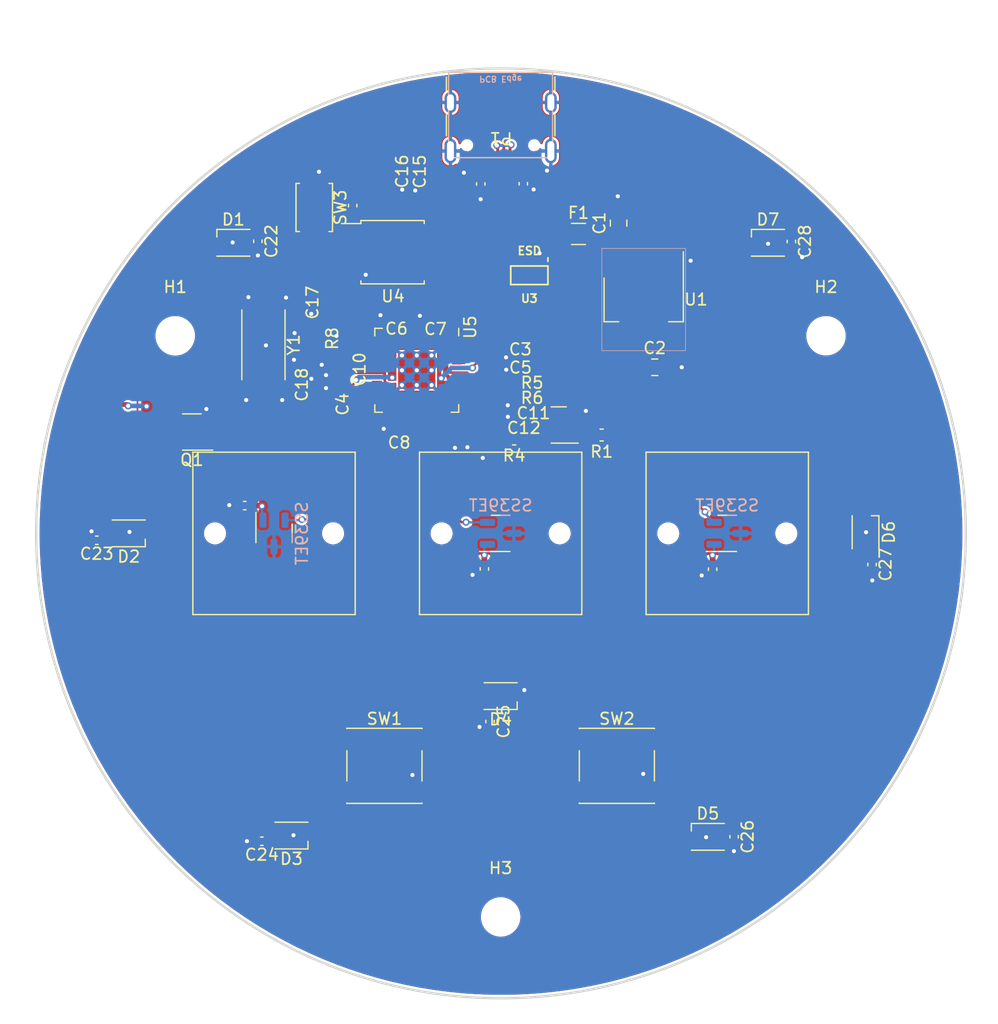
<source format=kicad_pcb>
(kicad_pcb (version 20221018) (generator pcbnew)
  (title_block (title "RP2040 Minimal Design Example") (date "2020-07-13") (rev "REV1") (company "Raspberry Pi (Trading) Ltd"))
  (layers (0 "F.Cu" signal) (31 "B.Cu" signal) (34 "B.Paste" user) (35 "F.Paste" user) (36 "B.SilkS" user "B.Silkscreen") (37 "F.SilkS" user "F.Silkscreen") (38 "B.Mask" user) (39 "F.Mask" user) (44 "Edge.Cuts" user))
  (net 0 "")
  (net 1 "GND")
  (net 2 "VBUS")
  (net 3 "/XIN")
  (net 4 "/XOUT")
  (net 5 "+3V3")
  (net 6 "+1V1")
  (net 7 "/GPIO2")
  (net 8 "/GPIO1")
  (net 9 "/GPIO0")
  (net 10 "Net-(D6-DOUT)")
  (net 11 "/GPIO9")
  (net 12 "/GPIO8")
  (net 13 "/GPIO7")
  (net 14 "/GPIO6")
  (net 15 "/GPIO5")
  (net 16 "/GPIO4")
  (net 17 "/GPIO3")
  (net 18 "/QSPI_SS")
  (net 19 "/GPIO29_ADC3")
  (net 20 "/QSPI_SD3")
  (net 21 "/QSPI_SCLK")
  (net 22 "/QSPI_SD0")
  (net 23 "/QSPI_SD2")
  (net 24 "/QSPI_SD1")
  (net 25 "/USB_D+")
  (net 26 "/USB_D-")
  (net 27 "/GPIO25")
  (net 28 "/GPIO24")
  (net 29 "/GPIO23")
  (net 30 "/GPIO22")
  (net 31 "/GPIO21")
  (net 32 "/GPIO20")
  (net 33 "Net-(C18-Pad1)")
  (net 34 "/GPIO15")
  (net 35 "/GPIO14")
  (net 36 "/GPIO13")
  (net 37 "LED_D_5V")
  (net 38 "+5V")
  (net 39 "+3V")
  (net 40 "SWCLK")
  (net 41 "SWD")
  (net 42 "RUN")
  (net 43 "Net-(U5-USB_DP)")
  (net 44 "Net-(U5-USB_DM)")
  (net 45 "RP_ADC0")
  (net 46 "RP_ADC1")
  (net 47 "RP_ADC2")
  (net 48 "Net-(D1-DOUT)")
  (net 49 "Net-(D2-DOUT)")
  (net 50 "Net-(D3-DOUT)")
  (net 51 "Net-(D4-DOUT)")
  (net 52 "Net-(D5-DOUT)")
  (net 53 "Net-(P1-CC1)")
  (net 55 "ADC_AVDD")
  (net 56 "Net-(P1-CC2)")
  (net 58 "/GPIO16")
  (net 59 "/GPIO10")
  (net 60 "/GPIO11")
  (net 61 "Net-(D7-DOUT)")
  (net 62 "GPIO17")
  (net 63 "GPIO18")
  (net 64 "GPIO19")
  (net 65 "/GPIO12")
  (footprint "Capacitor_SMD:C_0805_2012Metric" (layer "F.Cu") (at 113.26 85.71)
    (fp_text reference "C2")
    (fp_text value "10u")
  )
  (footprint "Capacitor_SMD:C_0402_1005Metric" (layer "F.Cu") (at 99.306838 89.97)
    (fp_text reference "C12")
    (fp_text value "1u")
  )
  (footprint "Capacitor_SMD:C_0402_1005Metric" (layer "F.Cu") (at 99.306838 88.97)
    (fp_text reference "C11")
    (fp_text value "1u")
  )
  (footprint "Capacitor_SMD:C_0402_1005Metric" (layer "F.Cu") (at 91.266838 91.0175 180)
    (fp_text reference "C8")
    (fp_text value "100n")
  )
  (footprint "Package_TO_SOT_SMD:SOT-223-3_TabPin2" (layer "F.Cu") (at 112.31 79.88 -90)
    (fp_text reference "U1")
    (fp_text value "NCP1117-3.3_SOT223" hide)
  )
  (footprint "Package_SO:SOIC-8_5.23x5.23mm_P1.27mm" (layer "F.Cu") (at 90.699338 75.81)
    (fp_text reference "U4")
    (fp_text value "W25Q32JVSS")
  )
  (footprint "Capacitor_SMD:C_0402_1005Metric" (layer "F.Cu") (at 83.704319 85.4235 -90)
    (fp_text reference "C18")
    (fp_text value "27p")
  )
  (footprint "Capacitor_SMD:C_0402_1005Metric" (layer "F.Cu") (at 99.191838 85.9375)
    (fp_text reference "C5")
    (fp_text value "100n")
  )
  (footprint "Capacitor_SMD:C_0402_1005Metric" (layer "F.Cu") (at 94.389338 81.25 180)
    (fp_text reference "C7")
    (fp_text value "100n")
  )
  (footprint "Capacitor_SMD:C_0402_1005Metric" (layer "F.Cu") (at 86.271838 86.3835 180)
    (fp_text reference "C10")
    (fp_text value "100n")
  )
  (footprint "Capacitor_SMD:C_0402_1005Metric" (layer "F.Cu") (at 99.192714 86.955 180)
    (fp_text reference "R5")
    (fp_text value "27R")
  )
  (footprint "Capacitor_SMD:C_0402_1005Metric" (layer "F.Cu") (at 86.511838 87.49 180)
    (fp_text reference "C4")
    (fp_text value "100n")
  )
  (footprint "Capacitor_SMD:C_0805_2012Metric" (layer "F.Cu") (at 110.149338 73.31 90)
    (fp_text reference "C1")
    (fp_text value "10u")
  )
  (footprint "Capacitor_SMD:C_0402_1005Metric" (layer "F.Cu") (at 91.039338 81.22 180)
    (fp_text reference "C6")
    (fp_text value "100n")
  )
  (footprint "Capacitor_SMD:C_0402_1005Metric" (layer "F.Cu") (at 91.519338 71.87 90)
    (fp_text reference "C16")
    (fp_text value "1u")
  )
  (footprint "RP2040_minimal:RP2040-QFN-56" (layer "F.Cu") (at 92.781838 85.9675 -90)
    (fp_text reference "U5")
    (fp_text value "RP2040")
  )
  (footprint "Capacitor_SMD:C_0402_1005Metric" (layer "F.Cu") (at 83.704319 82.4535 90)
    (fp_text reference "C17")
    (fp_text value "27p")
  )
  (footprint "Capacitor_SMD:C_0402_1005Metric" (layer "F.Cu") (at 99.192714 87.955 180)
    (fp_text reference "R6")
    (fp_text value "27R")
  )
  (footprint "Capacitor_SMD:C_0402_1005Metric" (layer "F.Cu") (at 99.181838 84.8575)
    (fp_text reference "C3")
    (fp_text value "100n")
  )
  (footprint "Capacitor_SMD:C_0402_1005Metric" (layer "F.Cu") (at 92.939338 71.89 90)
    (fp_text reference "C15")
    (fp_text value "100n" hide)
  )
  (footprint "Capacitor_SMD:C_0402_1005Metric" (layer "F.Cu") (at 85.589319 84.6385 180)
    (fp_text reference "R8")
    (fp_text value "1k")
  )
  (footprint "Crystal:Crystal_SMD_Abracon_ABM7-2Pin_6.0x3.5mm" (layer "F.Cu") (at 79.588319 83.7795 -90)
    (fp_text reference "Y1")
    (fp_text value "ABM7-12.000MHZ-D2Y-T")
  )
  (footprint "Capacitor_SMD:C_0402_1005Metric" (layer "F.Cu") (at 131.96 102.68 -90)
    (fp_text reference "C27")
    (fp_text value "100n")
  )
  (footprint "Capacitor_SMD:C_0402_1005Metric" (layer "F.Cu") (at 77.98 97.61)
    (fp_text reference "C19" hide)
    (fp_text value "1u" hide)
  )
  (footprint "Button_Switch_SMD:SW_Push_SPST_NO_Alps_SKRK" (layer "F.Cu") (at 83.96 71.96 -90)
    (fp_text reference "SW3")
    (fp_text value "SKRKAGE020")
  )
  (footprint "Capacitor_SMD:C_0603_1608Metric" (layer "F.Cu") (at 101.161838 91.881 180)
    (fp_text reference "R4")
    (fp_text value "1R")
  )
  (footprint "Capacitor_SMD:C_0402_1005Metric" (layer "F.Cu") (at 120.09 126.1 -90)
    (fp_text reference "C26")
    (fp_text value "100n")
  )
  (footprint "MountingHole:MountingHole_3.2mm_M3" (layer "F.Cu") (at 100 133)
    (fp_text reference "H3")
    (fp_text value "MountingHole_3.2mm_M3")
  )
  (footprint "Connector_USB:USB_C_Receptacle_GCT_USB4105-xx-A_16P_TopMnt_Horizontal" (layer "F.Cu") (at 100 64 180)
    (fp_text reference "P1")
    (fp_text value "USB4105-GF-A")
  )
  (footprint "Button_Switch_SMD:SW_Push_1P1T_NO_6x6mm_H9.5mm" (layer "F.Cu") (at 90 120)
    (fp_text reference "SW1")
    (fp_text value "SW_Push")
  )
  (footprint "Capacitor_SMD:C_0402_1005Metric" (layer "F.Cu") (at 125.02 74.89 -90)
    (fp_text reference "C28")
    (fp_text value "100n")
  )
  (footprint "LED_SMD:LED_WS2812B-2020_PLCC4_2.0x2.0mm" (layer "F.Cu") (at 68 100 180)
    (fp_text reference "D2")
    (fp_text value "WS2812B-2020")
  )
  (footprint "Button_Switch_Keyboard:SW_Lekker_MX_1.00u_PCB" (layer "F.Cu") (at 119.5 100)
    (fp_text reference "REF**" hide)
    (fp_text value "SW_Lekker_MX_1.00u_PCB")
  )
  (footprint "Capacitor_SMD:C_0603_1608Metric" (layer "F.Cu") (at 108.691838 91.541 180)
    (fp_text reference "R1")
    (fp_text value "200R")
  )
  (footprint "Capacitor_SMD:C_0402_1005Metric" (layer "F.Cu") (at 79.11 74.87 -90)
    (fp_text reference "C22")
    (fp_text value "100n")
  )
  (footprint "Button_Switch_Keyboard:SW_Lekker_MX_1.00u_PCB" (layer "F.Cu") (at 100 100)
    (fp_text reference "REF**" hide)
    (fp_text value "SW_Lekker_MX_1.00u_PCB")
  )
  (footprint "Keebio-Parts:SOT-143B" (layer "F.Cu") (at 102.469338 77.795 180)
    (fp_text reference "U3")
    (fp_text value "PRTR5V0U2X" hide)
  )
  (footprint "Capacitor_SMD:C_0402_1005Metric" (layer "F.Cu") (at 65.245 100.595 180)
    (fp_text reference "C23")
    (fp_text value "100n")
  )
  (footprint "LED_SMD:LED_WS2812B-2020_PLCC4_2.0x2.0mm" (layer "F.Cu") (at 117.83 126.11)
    (fp_text reference "D5")
    (fp_text value "WS2812B-2020")
  )
  (footprint "MountingHole:MountingHole_3.2mm_M3" (layer "F.Cu") (at 128 83)
    (fp_text reference "H2")
    (fp_text value "MountingHole_3.2mm_M3")
  )
  (footprint "Package_TO_SOT_SMD:SOT-23" (layer "F.Cu") (at 105.001838 90.675 180)
    (fp_text reference "U2" hide)
    (fp_text value "LM4040DBZ-3" hide)
  )
  (footprint "Capacitor_SMD:C_0402_1005Metric" (layer "F.Cu") (at 101.949338 69.92 -90)
    (fp_text reference "R2" hide)
    (fp_text value "5.1k" hide)
  )
  (footprint "Capacitor_SMD:C_0402_1005Metric" (layer "F.Cu") (at 79.4475 126.485 180)
    (fp_text reference "C24")
    (fp_text value "100n")
  )
  (footprint "LED_SMD:LED_WS2812B-2020_PLCC4_2.0x2.0mm" (layer "F.Cu") (at 123 75)
    (fp_text reference "D7")
    (fp_text value "WS2812B-2020")
  )
  (footprint "Capacitor_SMD:C_0402_1005Metric" (layer "F.Cu") (at 98.209338 92.21 -90)
    (fp_text reference "C14" hide)
    (fp_text value "1u" hide)
  )
  (footprint "MountingHole:MountingHole_3.2mm_M3" (layer "F.Cu") (at 72 83)
    (fp_text reference "H1")
    (fp_text value "MountingHole_3.2mm_M3")
  )
  (footprint "Capacitor_SMD:C_0402_1005Metric" (layer "F.Cu") (at 96.059338 91.3 -90)
    (fp_text reference "C9" hide)
    (fp_text value "100n" hide)
  )
  (footprint "LED_SMD:LED_WS2812B-2020_PLCC4_2.0x2.0mm" (layer "F.Cu") (at 82 126 180)
    (fp_text reference "D3")
    (fp_text value "WS2812B-2020")
  )
  (footprint "Capacitor_SMD:C_0402_1005Metric" (layer "F.Cu") (at 97.119338 91.31 -90)
    (fp_text reference "C13" hide)
    (fp_text value "100n" hide)
  )
  (footprint "Button_Switch_SMD:SW_Push_1P1T_NO_6x6mm_H9.5mm" (layer "F.Cu") (at 110 120)
    (fp_text reference "SW2")
    (fp_text value "SW_Push")
  )
  (footprint "Capacitor_SMD:C_0402_1005Metric" (layer "F.Cu") (at 99.09 116.19 -90)
    (fp_text reference "C25")
    (fp_text value "100n")
  )
  (footprint "LED_SMD:LED_WS2812B-2020_PLCC4_2.0x2.0mm" (layer "F.Cu") (at 77 75)
    (fp_text reference "D1")
    (fp_text value "WS2812B-2020")
  )
  (footprint "Capacitor_SMD:C_0402_1005Metric" (layer "F.Cu") (at 98.6 103.06 90)
    (fp_text reference "C20" hide)
    (fp_text value "1u" hide)
  )
  (footprint "Package_TO_SOT_SMD:SOT-23-5" (layer "F.Cu") (at 73.429338 91.28 180)
    (fp_text reference "Q1")
    (fp_text value "SN74LV1T34DBV")
  )
  (footprint "Capacitor_SMD:C_0402_1005Metric" (layer "F.Cu") (at 98.289338 69.94 -90)
    (fp_text reference "R3" hide)
    (fp_text value "5.1k" hide)
  )
  (footprint "Button_Switch_Keyboard:SW_Lekker_MX_1.00u_PCB" (layer "F.Cu") (at 80.5 100)
    (fp_text reference "REF**" hide)
    (fp_text value "SW_Lekker_MX_1.00u_PCB")
  )
  (footprint "Capacitor_SMD:C_0402_1005Metric" (layer "F.Cu") (at 118.24 103.08 90)
    (fp_text reference "C21" hide)
    (fp_text value "1u" hide)
  )
  (footprint "LED_SMD:LED_WS2812B-2020_PLCC4_2.0x2.0mm" (layer "F.Cu") (at 131.4 99.9 -90)
    (fp_text reference "D6")
    (fp_text value "WS2812B-2020")
  )
  (footprint "LED_SMD:LED_WS2812B-2020_PLCC4_2.0x2.0mm" (layer "F.Cu") (at 100 114 180)
    (fp_text reference "D4")
    (fp_text value "WS2812B-2020")
  )
  (footprint "Capacitor_SMD:C_0402_1005Metric" (layer "F.Cu") (at 87.269338 71.8 -90)
    (fp_text reference "R7" hide)
    (fp_text value "10k" hide)
  )
  (footprint "Fuse:Fuse_1206_3216Metric" (layer "F.Cu") (at 106.699338 74.24)
    (fp_text reference "F1")
    (fp_text value "0ZCJ0025AF2E" hide)
  )
  (footprint "Package_TO_SOT_SMD:SOT-23-3" (layer "B.Cu") (at 119.5 100)
    (fp_text reference "S3" hide)
    (fp_text value "SS39ET")
  )
  (footprint "Package_TO_SOT_SMD:SOT-23-3" (layer "B.Cu") (at 100 100)
    (fp_text reference "S2" hide)
    (fp_text value "SS39ET")
  )
  (footprint "Package_TO_SOT_SMD:SOT-23-3" (layer "B.Cu") (at 80.5 100 -90)
    (fp_text reference "S1" hide)
    (fp_text value "SS39ET")
  )
  (gr_circle (center 100.029338 100) (end 60.029338 100) (stroke (width 0.2)) (fill none) (layer "Edge.Cuts"))
  (segment (start 88.049819 84.9385) (end 86.128819 83.0175) (width 0.15) (layer "F.Cu") (net 1))
  (segment (start 98.269338 71.25) (end 98.269338 70.41) (width 0.2) (layer "F.Cu") (net 1))
  (segment (start 76.7 97.62) (end 76.85 97.62) (width 0.15) (layer "F.Cu") (net 1))
  (segment (start 99.686838 84.8375) (end 100.441838 84.8375) (width 0.2) (layer "F.Cu") (net 1))
  (segment (start 103.349338 75.9) (end 103.349338 76.775) (width 0.4) (layer "F.Cu") (net 1))
  (segment (start 74.679338 89.525) (end 74.566838 89.4125) (width 0.2) (layer "F.Cu") (net 1))
  (segment (start 74.679338 90.2175) (end 74.679338 89.525) (width 0.2) (layer "F.Cu") (net 1))
  (segment (start 84.37 68.89) (end 84.38 69.1) (width 0.15) (layer "F.Cu") (net 1))
  (segment (start 88.354338 77.715) (end 88.389338 77.75) (width 0.15) (layer "F.Cu") (net 1))
  (segment (start 92.914338 70.765) (end 92.914338 71.3) (width 0.15) (layer "F.Cu") (net 1))
  (segment (start 96.059338 92.63) (end 96.059338 91.785) (width 0.2) (layer "F.Cu") (net 1))
  (segment (start 89.266819 84.9385) (end 88.049819 84.9385) (width 0.15) (layer "F.Cu") (net 1))
  (segment (start 83.704319 85.9085) (end 84.024319 85.9085) (width 0.15) (layer "F.Cu") (net 1))
  (segment (start 125.14 75.44) (end 125.1125 75.44) (width 0.15) (layer "F.Cu") (net 1))
  (segment (start 117.39 103.6) (end 117.3 103.62) (width 0.15) (layer "F.Cu") (net 1))
  (segment (start 79.115 75.31) (end 79.115 75.975) (width 0.15) (layer "F.Cu") (net 1))
  (segment (start 89.939338 91.005) (end 90.769338 91.005) (width 0.15) (layer "F.Cu") (net 1))
  (segment (start 97.58 103.57) (end 97.61 103.54) (width 0.15) (layer "F.Cu") (net 1))
  (segment (start 131.98 104.05) (end 131.98 103.18) (width 0.15) (layer "F.Cu") (net 1))
  (segment (start 114.45875 85.71) (end 114.41875 85.67) (width 0.6) (layer "F.Cu") (net 1))
  (segment (start 102.829338 70.4) (end 102.839338 70.41) (width 0.15) (layer "F.Cu") (net 1))
  (segment (start 98.2675 116.37) (end 98.24 116.3425) (width 0.15) (layer "F.Cu") (net 1))
  (segment (start 78.9675 126.485) (end 78.1675 126.485) (width 0.15) (layer "F.Cu") (net 1))
  (segment (start 101.949338 70.4) (end 102.829338 70.4) (width 0.2) (layer "F.Cu") (net 1))
  (segment (start 96.839338 68.97) (end 96.829338 68.96) (width 0.4) (layer "F.Cu") (net 1))
  (segment (start 100.599338 88.97) (end 99.791838 88.97) (width 0.2) (layer "F.Cu") (net 1))
  (segment (start 76.65 97.57) (end 76.7 97.62) (width 0.15) (layer "F.Cu") (net 1))
  (segment (start 99.0525 116.68) (end 98.21 116.68) (width 0.15) (layer "F.Cu") (net 1))
  (segment (start 112.27 120.69) (end 113.83 122.25) (width 0.15) (layer "F.Cu") (net 1))
  (segment (start 131.98 103.18) (end 131.96 103.16) (width 0.15) (layer "F.Cu") (net 1))
  (segment (start 120.09 126.58) (end 120.07 127.34) (width 0.15) (layer "F.Cu") (net 1))
  (segment (start 100.481838 85.9175) (end 99.674338 85.9175) (width 0.2) (layer "F.Cu") (net 1))
  (segment (start 78.1675 126.485) (end 78.2175 126.485) (width 0.15) (layer "F.Cu") (net 1))
  (segment (start 113.83 122.25) (end 113.975 122.25) (width 0.15) (layer "F.Cu") (net 1))
  (segment (start 76.7 97.62) (end 77.5 97.62) (width 0.2) (layer "F.Cu") (net 1))
  (segment (start 91.231838 84.9675) (end 91.506838 84.6925) (width 0.15) (layer "F.Cu") (net 1))
  (segment (start 99.666838 84.8575) (end 99.686838 84.8375) (width 0.2) (layer "F.Cu") (net 1))
  (segment (start 120.07 127.34) (end 120.09 127.27) (width 0.15) (layer "F.Cu") (net 1))
  (segment (start 117.155 126.71) (end 117.685 126.14) (width 0.15) (layer "F.Cu") (net 1))
  (segment (start 116.245 76.56) (end 116.265 76.56) (width 0.8) (layer "F.Cu") (net 1))
  (segment (start 116.225 76.56) (end 114.955 76.56) (width 0.8) (layer "F.Cu") (net 1))
  (segment (start 82.7025 125.4) (end 82.1725 125.97) (width 0.15) (layer "F.Cu") (net 1))
  (segment (start 87.099338 77.715) (end 88.354338 77.715) (width 0.15) (layer "F.Cu") (net 1))
  (segment (start 118.24 103.56) (end 118.2 103.6) (width 0.15) (layer "F.Cu") (net 1))
  (segment (start 74.566838 90.33) (end 74.679338 90.2175) (width 0.2) (layer "F.Cu") (net 1))
  (segment (start 76.08 75.55) (end 76.36 75.55) (width 0.15) (layer "F.Cu") (net 1))
  (segment (start 85.786838 86.3835) (end 84.974854 86.3835) (width 0.2) (layer "F.Cu") (net 1))
  (segment (start 64.765 100.595) (end 64.795 99.825) (width 0.15) (layer "F.Cu") (net 1))
  (segment (start 99.791838 89.97) (end 100.621838 89.97) (width 0.2) (layer "F.Cu") (net 1))
  (segment (start 102.00875 113.45) (end 100.83125 113.45) (width 0.15) (layer "F.Cu") (net 1))
  (segment (start 83.96 69.52) (end 84.37 68.89) (width 0.15) (layer "F.Cu") (net 1))
  (segment (start 90.769338 91.005) (end 90.781838 91.0175) (width 0.15) (layer "F.Cu") (net 1))
  (segment (start 92.649338 70.5) (end 92.914338 70.765) (width 0.15) (layer "F.Cu") (net 1))
  (segment (start 93.87 122.25) (end 93.975 122.25) (width 0.15) (layer "F.Cu") (net 1))
  (segment (start 84.024319 85.9085) (end 84.438819 85.494) (width 0.15) (layer "F.Cu") (net 1))
  (segment (start 76.36 75.55) (end 76.94 74.97) (width 0.15) (layer "F.Cu") (net 1))
  (segment (start 92.41 120.79) (end 94.02 122.4) (width 0.15) (layer "F.Cu") (net 1))
  (segment (start 83.704319 86.689) (end 83.715819 86.7005) (width 0.15) (layer "F.Cu") (net 1))
  (segment (start 92.41 120.79) (end 93.87 122.25) (width 0.15) (layer "F.Cu") (net 1))
  (segment (start 115.58125 85.71) (end 114.45875 85.71) (width 0.6) (layer "F.Cu") (net 1))
  (segment (start 93.049338 81.28) (end 93.249338 81.08) (width 0.15) (layer "F.Cu") (net 1))
  (segment (start 84.974854 86.3835) (end 84.974848 86.383494) (width 0.2) (layer "F.Cu") (net 1))
  (segment (start 83.704319 85.9085) (end 83.704319 86.689) (width 0.15) (layer "F.Cu") (net 1))
  (segment (start 117.3 103.62) (end 117.35 103.6) (width 0.15) (layer "F.Cu") (net 1))
  (segment (start 130.875 99.015) (end 130.875 99.375) (width 0.15) (layer "F.Cu") (net 1))
  (segment (start 122.365 75.08) (end 122.155 75.29) (width 0.15) (layer "F.Cu") (net 1))
  (segment (start 68.063828 99.873828) (end 68.452656 99.485) (width 0.15) (layer "F.Cu") (net 1))
  (segment (start 79.115 75.975) (end 79.11 76.09) (width 0.15) (layer "F.Cu") (net 1))
  (segment (start 75.97 75.44) (end 76.08 75.55) (width 0.15) (layer "F.Cu") (net 1))
  (segment (start 110.079338 72.13) (end 110.159338 72.21) (width 0.8) (layer "F.Cu") (net 1))
  (segment (start 83.96 69.86) (end 83.96 69.52) (width 0.15) (layer "F.Cu") (net 1))
  (segment (start 110.079338 71) (end 110.079338 72.13) (width 0.8) (layer "F.Cu") (net 1))
  (segment (start 106.025 122.25) (end 113.975 122.25) (width 0.15) (layer "F.Cu") (net 1))
  (segment (start 90.471838 81.23) (end 90.696838 81.005) (width 0.2) (layer "F.Cu") (net 1))
  (segment (start 83.704319 81.9685) (end 83.704319 81.1125) (width 0.2) (layer "F.Cu") (net 1))
  (segment (start 77.5 97.62) (end 77.52 97.64) (width 0.15) (layer "F.Cu") (net 1))
  (segment (start 68.063828 99.873828) (end 68.063828 99.886172) (width 0.15) (layer "F.Cu") (net 1))
  (segment (start 98.209338 92.695) (end 98.209338 93.259338) (width 0.15) (layer "F.Cu") (net 1))
  (segment (start 85.786838 87.5025) (end 84.974834 87.5025) (width 0.2) (layer "F.Cu") (net 1))
  (segment (start 97.61 103.54) (end 98.6 103.54) (width 0.15) (layer "F.Cu") (net 1))
  (segment (start 117.35 103.6) (end 117.37 103.6) (width 0.15) (layer "F.Cu") (net 1))
  (segment (start 107.331838 89.461) (end 106.175838 89.461) (width 0.3) (layer "F.Cu") (net 1))
  (segment (start 125.94 76.24) (end 125.14 75.44) (width 0.15) (layer "F.Cu") (net 1))
  (segment (start 79.11 76.09) (end 79.12 75.98) (width 0.15) (layer "F.Cu") (net 1))
  (segment (start 98.209338 93.259338) (end 98.46 93.51) (width 0.15) (layer "F.Cu") (net 1))
  (segment (start 64.795 99.825) (end 64.765 99.965) (width 0.15) (layer "F.Cu") (net 1))
  (segment (start 116.265 76.56) (end 116.35 76.54) (width 0.8) (layer "F.Cu") (net 1))
  (segment (start 106.175838 89.461) (end 106.011838 89.625) (width 0.3) (layer "F.Cu") (net 1))
  (segment (start 86.025 122.25) (end 93.975 122.25) (width 0.15) (layer "F.Cu") (net 1))
  (segment (start 93.249338 81.08) (end 93.604338 81.08) (width 0.15) (layer "F.Cu") (net 1))
  (segment (start 68.452656 99.485) (end 68.77 99.485) (width 0.15) (layer "F.Cu") (net 1))
  (segment (start 96.829338 68.96) (end 96.829338 67.69) (width 0.4) (layer "F.Cu") (net 1))
  (segment (start 130.875 99.375) (end 131.445 99.905) (width 0.15) (layer "F.Cu") (net 1))
  (segment (start 89.659338 81.23) (end 90.471838 81.23) (width 0.2) (layer "F.Cu") (net 1))
  (segment (start 103.349338 76.775) (end 103.309338 76.815) (width 0.4) (layer "F.Cu") (net 1))
  (segment (start 97.119338 91.795) (end 97.139338 92.59) (width 0.2) (layer "F.Cu") (net 1))
  (segment (start 123.01 75.08) (end 122.365 75.08) (width 0.15) (layer "F.Cu") (net 1))
  (segment (start 100.609338 88.98) (end 100.599338 88.97) (width 0.2) (layer "F.Cu") (net 1))
  (segment (start 118.2 103.6) (end 117.39 103.6) (width 0.15) (layer "F.Cu") (net 1))
  (segment (start 74.566838 89.4125) (end 74.679338 89.3) (width 0.15) (layer "F.Cu") (net 1))
  (segment (start 76.94 74.96) (end 76.9 75) (width 0.15) (layer "F.Cu") (net 1))
  (segment (start 84.438819 85.494) (end 84.604819 85.494) (width 0.15) (layer "F.Cu") (net 1))
  (segment (start 116.35 76.54) (end 116.225 76.56) (width 0.8) (layer "F.Cu") (net 1))
  (segment (start 76.94 74.97) (end 76.94 74.96) (width 0.15) (layer "F.Cu") (net 1))
  (segment (start 91.519338 70.44) (end 91.519338 71.305) (width 0.2) (layer "F.Cu") (net 1))
  (segment (start 103.989338 68.79) (end 103.349338 68.15) (width 0.3) (layer "F.Cu") (net 1))
  (segment (start 86.128819 83.0175) (end 85.874819 83.0175) (width 0.15) (layer "F.Cu") (net 1))
  (via (at 84.604819 85.494) (size 0.6) (drill 0.35) (layers "F.Cu" "B.Cu") (net 1))
  (via (at 79.804319 83.8285) (size 0.6) (drill 0.35) (layers "F.Cu" "B.Cu") (net 1))
  (via (at 82.219319 85.066) (size 0.6) (drill 0.35) (layers "F.Cu" "B.Cu") (net 1))
  (via (at 78.294319 79.676) (size 0.6) (drill 0.35) (layers "F.Cu" "B.Cu") (net 1))
  (via (at 81.534319 79.716) (size 0.6) (drill 0.35) (layers "F.Cu" "B.Cu") (net 1))
  (via (at 81.204319 88.5285) (size 0.6) (drill 0.35) (layers "F.Cu" "B.Cu") (net 1))
  (via (at 93.049338 81.28) (size 0.6) (drill 0.35) (layers "F.Cu" "B.Cu") (net 1))
  (via (at 79.11 76.09) (size 0.6) (drill 0.35) (layers "F.Cu" "B.Cu") (net 1))
  (via (at 107.331838 89.461) (size 0.6) (drill 0.35) (layers "F.Cu" "B.Cu") (net 1))
  (via (at 89.939338 91.005) (size 0.6) (drill 0.35) (layers "F.Cu" "B.Cu") (net 1))
  (via (at 85.874819 83.0175) (size 0.6) (drill 0.35) (layers "F.Cu" "B.Cu") (net 1))
  (via (at 97.139338 92.59) (size 0.6) (drill 0.35) (layers "F.Cu" "B.Cu") (net 1))
  (via (at 89.659338 81.23) (size 0.6) (drill 0.35) (layers "F.Cu" "B.Cu") (net 1))
  (via (at 110.079338 71) (size 0.6) (drill 0.35) (layers "F.Cu" "B.Cu") (net 1))
  (via (at 98.1825 116.6525) (size 0.6) (drill 0.35) (layers "F.Cu" "B.Cu") (net 1))
  (via (at 100.621838 89.97) (size 0.6) (drill 0.35) (layers "F.Cu" "B.Cu") (net 1))
  (via (at 120.07 127.34) (size 0.6) (drill 0.35) (layers "F.Cu" "B.Cu") (net 1))
  (via (at 117.3 103.62) (size 0.6) (drill 0.35) (layers "F.Cu" "B.Cu") (net 1))
  (via (at 84.37 68.89) (size 0.6) (drill 0.35) (layers "F.Cu" "B.Cu") (net 1))
  (via (at 92.649338 70.5) (size 0.6) (drill 0.35) (layers "F.Cu" "B.Cu") (net 1))
  (via (at 131.445 99.905) (size 0.6) (drill 0.35) (layers "F.Cu" "B.Cu") (net 1))
  (via (at 74.679338 89.3) (size 0.6) (drill 0.35) (layers "F.Cu" "B.Cu") (net 1))
  (via (at 83.715819 86.7005) (size 0.6) (drill 0.35) (layers "F.Cu" "B.Cu") (net 1))
  (via (at 76.65 97.57) (size 0.6) (drill 0.35) (layers "F.Cu" "B.Cu") (net 1))
  (via (at 84.974848 86.383494) (size 0.6) (drill 0.35) (layers "F.Cu" "B.Cu") (net 1))
  (via (at 103.349338 75.9) (size 0.6) (drill 0.35) (layers "F.Cu" "B.Cu") (net 1))
  (via (at 98.279338 71.25) (size 0.6) (drill 0.35) (layers "F.Cu" "B.Cu") (net 1))
  (via (at 78.104319 88.5285) (size 0.6) (drill 0.35) (layers "F.Cu" "B.Cu") (net 1))
  (via (at 123.01 75.08) (size 0.6) (drill 0.35) (layers "F.Cu" "B.Cu") (net 1))
  (via (at 97.58 103.57) (size 0.6) (drill 0.35) (layers "F.Cu" "B.Cu") (net 1))
  (via (at 116.35 76.54) (size 0.6) (drill 0.35) (layers "F.Cu" "B.Cu") (net 1))
  (via (at 100.609338 88.98) (size 0.6) (drill 0.35) (layers "F.Cu" "B.Cu") (net 1))
  (via (at 115.58125 85.71) (size 0.6) (drill 0.35) (layers "F.Cu" "B.Cu") (net 1))
  (via (at 96.069338 92.64) (size 0.6) (drill 0.35) (layers "F.Cu" "B.Cu") (net 1))
  (via (at 102.03875 113.48) (size 0.6) (drill 0.35) (layers "F.Cu" "B.Cu") (net 1))
  (via (at 83.704319 81.1125) (size 0.6) (drill 0.35) (layers "F.Cu" "B.Cu") (net 1))
  (via (at 131.98 104.05) (size 0.6) (drill 0.35) (layers "F.Cu" "B.Cu") (net 1))
  (via (at 96.839338 68.97) (size 0.6) (drill 0.35) (layers "F.Cu" "B.Cu") (net 1))
  (via (at 68.063828 99.873828) (size 0.6) (drill 0.35) (layers "F.Cu" "B.Cu") (net 1))
  (via (at 100.481838 85.9175) (size 0.6) (drill 0.35) (layers "F.Cu" "B.Cu") (net 1))
  (via (at 64.795 99.825) (size 0.6) (drill 0.35) (layers "F.Cu" "B.Cu") (net 1))
  (via (at 76.94 74.97) (size 0.6) (drill 0.35) (layers "F.Cu" "B.Cu") (net 1))
  (via (at 88.389338 77.75) (size 0.6) (drill 0.35) (layers "F.Cu" "B.Cu") (net 1))
  (via (at 125.94 76.24) (size 0.6) (drill 0.35) (layers "F.Cu" "B.Cu") (net 1))
  (via (at 102.839338 70.41) (size 0.6) (drill 0.35) (layers "F.Cu" "B.Cu") (net 1))
  (via (at 103.989338 68.79) (size 0.6) (drill 0.35) (layers "F.Cu" "B.Cu") (net 1))
  (via (at 112.27 120.69) (size 0.6) (drill 0.35) (layers "F.Cu" "B.Cu") (net 1))
  (via (at 100.461838 84.8575) (size 0.6) (drill 0.35) (layers "F.Cu" "B.Cu") (net 1))
  (via (at 84.974834 87.5025) (size 0.6) (drill 0.35) (layers "F.Cu" "B.Cu") (net 1))
  (via (at 82.1725 125.97) (size 0.6) (drill 0.35) (layers "F.Cu" "B.Cu") (net 1))
  (via (at 117.685 126.14) (size 0.6) (drill 0.35) (layers "F.Cu" "B.Cu") (net 1))
  (via (at 92.41 120.79) (size 0.6) (drill 0.35) (layers "F.Cu" "B.Cu") (net 1))
  (via (at 98.46 93.51) (size 0.6) (drill 0.35) (layers "F.Cu" "B.Cu") (net 1))
  (via (at 82.269319 82.766) (size 0.6) (drill 0.35) (layers "F.Cu" "B.Cu") (net 1))
  (via (at 91.529338 70.43) (size 0.6) (drill 0.35) (layers "F.Cu" "B.Cu") (net 1))
  (via (at 78.1675 126.485) (size 0.6) (drill 0.35) (layers "F.Cu" "B.Cu") (net 1))
  (segment (start 80.495 101.05) (end 80.48 101.035) (width 0.15) (layer "B.Cu") (net 1))
  (segment (start 102.429338 68.55) (end 105.299338 71.42) (width 0.4) (layer "F.Cu") (net 2))
  (segment (start 105.299338 76.915) (end 103.419338 78.795) (width 0.4) (layer "F.Cu") (net 2))
  (segment (start 98.315588 65.39) (end 97.829338 65.87625) (width 0.3) (layer "F.Cu") (net 2))
  (segment (start 102.244338 67.505) (end 102.244338 66.965305) (width 0.3) (layer "F.Cu") (net 2))
  (segment (start 102.429338 67.69) (end 102.429338 68.55) (width 0.4) (layer "F.Cu") (net 2))
  (segment (start 97.864338 66.96625) (end 97.594338 67.23625) (width 0.3) (layer "F.Cu") (net 2))
  (segment (start 97.829338 66.279695) (end 97.864338 66.314695) (width 0.3) (layer "F.Cu") (net 2))
  (segment (start 97.594338 67.23625) (end 97.594338 67.64625) (width 0.15) (layer "F.Cu") (net 2))
  (segment (start 102.194338 66.915305) (end 102.194338 66.345) (width 0.3) (layer "F.Cu") (net 2))
  (segment (start 97.829338 65.87625) (end 97.829338 66.279695) (width 0.3) (layer "F.Cu") (net 2))
  (segment (start 102.194338 66.345) (end 101.239338 65.39) (width 0.3) (layer "F.Cu") (net 2))
  (segment (start 101.239338 65.39) (end 98.315588 65.39) (width 0.3) (layer "F.Cu") (net 2))
  (segment (start 105.299338 71.42) (end 105.299338 76.915) (width 0.4) (layer "F.Cu") (net 2))
  (segment (start 97.864338 66.314695) (end 97.864338 66.96625) (width 0.3) (layer "F.Cu") (net 2))
  (segment (start 102.244338 66.965305) (end 102.194338 66.915305) (width 0.3) (layer "F.Cu") (net 2))
  (segment (start 102.244338 67.505) (end 102.429338 67.69) (width 0.2) (layer "F.Cu") (net 2))
  (segment (start 89.266819 85.3385) (end 87.766458 85.3385) (width 0.15) (layer "F.Cu") (net 3))
  (segment (start 86.166458 83.7385) (end 84.504319 83.7385) (width 0.15) (layer "F.Cu") (net 3))
  (segment (start 87.766458 85.3385) (end 86.166458 83.7385) (width 0.15) (layer "F.Cu") (net 3))
  (segment (start 83.704319 82.9385) (end 83.053819 83.589) (width 0.15) (layer "F.Cu") (net 3))
  (segment (start 79.588319 81.764963) (end 79.588319 81.6295) (width 0.15) (layer "F.Cu") (net 3))
  (segment (start 84.504319 83.7385) (end 83.704319 82.9385) (width 0.15) (layer "F.Cu") (net 3))
  (segment (start 83.053819 83.589) (end 81.412356 83.589) (width 0.15) (layer "F.Cu") (net 3))
  (segment (start 81.412356 83.589) (end 79.588319 81.764963) (width 0.15) (layer "F.Cu") (net 3))
  (segment (start 87.604319 85.7385) (end 86.504319 84.6385) (width 0.15) (layer "F.Cu") (net 4))
  (segment (start 89.266819 85.7385) (end 87.604319 85.7385) (width 0.15) (layer "F.Cu") (net 4))
  (segment (start 86.504319 84.6385) (end 86.074319 84.6385) (width 0.15) (layer "F.Cu") (net 4))
  (segment (start 97.271839 86.320001) (end 97.807161 86.320001) (width 0.2) (layer "F.Cu") (net 5))
  (segment (start 97.929662 86.1975) (end 98.446838 86.1975) (width 0.2) (layer "F.Cu") (net 5))
  (segment (start 95.381838 89.405) (end 95.381838 90.4325) (width 0.2) (layer "F.Cu") (net 5))
  (segment (start 95.764338 90.815) (end 96.059338 90.815) (width 0.2) (layer "F.Cu") (net 5))
  (segment (start 78.46 97.55) (end 78.57 97.66) (width 0.15) (layer "F.Cu") (net 5))
  (segment (start 96.259338 86.17) (end 95.421838 86.17) (width 0.2) (layer "F.Cu") (net 5))
  (segment (start 95.381838 81.7575) (end 94.874338 81.25) (width 0.2) (layer "F.Cu") (net 5))
  (segment (start 78.57 97.66) (end 79.47 97.66) (width 0.2) (layer "F.Cu") (net 5))
  (segment (start 84.449834 87.099004) (end 84.449834 88.120496) (width 0.2) (layer "F.Cu") (net 5))
  (segment (start 91.751838 91.0175) (end 91.751838 89.435) (width 0.2) (layer "F.Cu") (net 5))
  (segment (start 96.926864 88.17) (end 95.429338 88.17) (width 0.2) (layer "F.Cu") (net 5))
  (segment (start 98.821838 89.97) (end 98.171838 89.32) (width 0.2) (layer "F.Cu") (net 5))
  (segment (start 86.505338 86.955) (end 84.593838 86.955) (width 0.2) (layer "F.Cu") (net 5))
  (segment (start 95.429338 88.17) (end 95.381838 88.2175) (width 0.2) (layer "F.Cu") (net 5))
  (segment (start 98.446838 86.1975) (end 98.706838 85.9375) (width 0.2) (layer "F.Cu") (net 5))
  (segment (start 96.259338 86.57) (end 95.621838 86.57) (width 0.2) (layer "F.Cu") (net 5))
  (segment (start 118.23 101.87) (end 118.23 102.59) (width 0.2) (layer "F.Cu") (net 5))
  (segment (start 84.593838 86.955) (end 84.449834 87.099004) (width 0.2) (layer "F.Cu") (net 5))
  (segment (start 84.449834 88.120496) (end 84.569338 88.24) (width 0.2) (layer "F.Cu") (net 5))
  (segment (start 97.121838 86.17) (end 96.259338 86.17) (width 0.2) (layer "F.Cu") (net 5))
  (segment (start 86.756838 86.7035) (end 86.505338 86.955) (width 0.2) (layer "F.Cu") (net 5))
  (segment (start 87.251338 86.2025) (end 87.070338 86.3835) (width 0.2) (layer "F.Cu") (net 5))
  (segment (start 91.524338 81.22) (end 91.781838 81.4775) (width 0.2) (layer "F.Cu") (net 5))
  (segment (start 95.381838 83.195) (end 95.371838 83.205) (width 0.2) (layer "F.Cu") (net 5))
  (segment (start 91.751838 89.435) (end 91.781838 89.405) (width 0.2) (layer "F.Cu") (net 5))
  (segment (start 98.6 101.86) (end 98.6 102.58) (width 0.2) (layer "F.Cu") (net 5))
  (segment (start 91.666838 81.005) (end 91.524338 81.1475) (width 0.2) (layer "F.Cu") (net 5))
  (segment (start 91.781838 81.4775) (end 91.781838 82.53) (width 0.2) (layer "F.Cu") (net 5))
  (segment (start 95.381838 82.53) (end 95.381838 81.7575) (width 0.2) (layer "F.Cu") (net 5))
  (segment (start 98.076863 89.32) (end 96.926864 88.17) (width 0.2) (layer "F.Cu") (net 5))
  (segment (start 91.781838 89.405) (end 91.781838 88.42) (width 0.2) (layer "F.Cu") (net 5))
  (segment (start 95.381838 90.4325) (end 95.764338 90.815) (width 0.2) (layer "F.Cu") (net 5))
  (segment (start 96.259338 86.57) (end 97.02184 86.57) (width 0.2) (layer "F.Cu") (net 5))
  (segment (start 97.271839 86.320001) (end 97.121838 86.17) (width 0.2) (layer "F.Cu") (net 5))
  (segment (start 87.070338 86.3835) (end 86.756838 86.3835) (width 0.2) (layer "F.Cu") (net 5))
  (segment (start 91.524338 81.22) (end 91.524338 81.185) (width 0.2) (layer "F.Cu") (net 5))
  (segment (start 98.171838 89.32) (end 98.076863 89.32) (width 0.2) (layer "F.Cu") (net 5))
  (segment (start 91.781838 83.27) (end 91.771838 83.28) (width 0.2) (layer "F.Cu") (net 5))
  (segment (start 97.807161 86.320001) (end 97.929662 86.1975) (width 0.2) (layer "F.Cu") (net 5))
  (segment (start 95.381838 88.2175) (end 95.381838 89.405) (width 0.2) (layer "F.Cu") (net 5))
  (segment (start 91.524338 81.1475) (end 91.524338 81.22) (width 0.2) (layer "F.Cu") (net 5))
  (segment (start 78.46 97.47) (end 78.46 97.55) (width 0.15) (layer "F.Cu") (net 5))
  (segment (start 89.319338 86.2025) (end 89.956838 86.2025) (width 0.2) (layer "F.Cu") (net 5))
  (segment (start 89.319338 86.2025) (end 87.251338 86.2025) (width 0.2) (layer "F.Cu") (net 5))
  (segment (start 91.781838 88.42) (end 91.796838 88.405) (width 0.2) (layer "F.Cu") (net 5))
  (segment (start 97.02184 86.57) (end 97.271839 86.320001) (width 0.2) (layer "F.Cu") (net 5))
  (segment (start 95.621838 86.57) (end 95.421838 86.37) (width 0.2) (layer "F.Cu") (net 5))
  (segment (start 86.756838 86.3835) (end 86.756838 86.7035) (width 0.2) (layer "F.Cu") (net 5))
  (segment (start 91.781838 82.53) (end 91.781838 83.27) (width 0.2) (layer "F.Cu") (net 5))
  (segment (start 91.721838 89.465) (end 91.781838 89.405) (width 0.2) (layer "F.Cu") (net 5))
  (segment (start 118.23 102.59) (end 118.24 102.6) (width 0.15) (layer "F.Cu") (net 5))
  (segment (start 95.381838 82.53) (end 95.381838 83.195) (width 0.2) (layer "F.Cu") (net 5))
  (via (at 98.6 101.86) (size 0.6) (drill 0.35) (layers "F.Cu" "B.Cu") (net 5))
  (via (at 118.23 101.87) (size 0.6) (drill 0.35) (layers "F.Cu" "B.Cu") (net 5))
  (via (at 79.47 97.66) (size 0.6) (drill 0.35) (layers "F.Cu" "B.Cu") (net 5))
  (segment (start 118.3625 100.95) (end 118.3625 101.7375) (width 0.2) (layer "B.Cu") (net 5))
  (segment (start 118.3625 101.7375) (end 118.23 101.87) (width 0.15) (layer "B.Cu") (net 5))
  (segment (start 79.47 98.7825) (end 79.55 98.8625) (width 0.15) (layer "B.Cu") (net 5))
  (segment (start 79.47 97.66) (end 79.47 98.7825) (width 0.2) (layer "B.Cu") (net 5))
  (segment (start 98.6 101.2125) (end 98.8625 100.95) (width 0.2) (layer "B.Cu") (net 5))
  (segment (start 98.6 101.86) (end 98.558751 101.818751) (width 0.2) (layer "B.Cu") (net 5))
  (segment (start 98.6 101.86) (end 98.6 101.2125) (width 0.2) (layer "B.Cu") (net 5))
  (segment (start 96.219338 85.7675) (end 97.581844 85.7675) (width 0.2) (layer "F.Cu") (net 6))
  (segment (start 94.881838 86.6575) (end 94.881838 86.4675) (width 0.15) (layer "F.Cu") (net 6))
  (segment (start 97.581844 85.687494) (end 97.581844 85.7675) (width 0.2) (layer "F.Cu") (net 6))
  (segment (start 97.021838 87.77) (end 98.221838 88.97) (width 0.2) (layer "F.Cu") (net 6))
  (segment (start 96.259338 87.77) (end 97.021838 87.77) (width 0.2) (layer "F.Cu") (net 6))
  (segment (start 98.221838 88.97) (end 98.821838 88.97) (width 0.2) (layer "F.Cu") (net 6))
  (segment (start 96.259338 87.77) (end 95.421838 87.77) (width 0.2) (layer "F.Cu") (net 6))
  (segment (start 98.696838 84.8575) (end 98.411838 84.8575) (width 0.2) (layer "F.Cu") (net 6))
  (segment (start 87.556838 86.8025) (end 87.556838 86.93) (width 0.2) (layer "F.Cu") (net 6))
  (segment (start 87.556838 86.8025) (end 87.756838 86.6025) (width 0.2) (layer "F.Cu") (net 6))
  (segment (start 87.756838 86.6025) (end 89.319338 86.6025) (width 0.2) (layer "F.Cu") (net 6))
  (segment (start 87.556838 86.93) (end 86.996838 87.49) (width 0.2) (layer "F.Cu") (net 6))
  (segment (start 98.411838 84.8575) (end 97.581844 85.687494) (width 0.2) (layer "F.Cu") (net 6))
  (via (at 97.581844 85.7675) (size 0.6) (drill 0.35) (layers "F.Cu" "B.Cu") (net 6))
  (via (at 94.881838 86.6575) (size 0.6) (drill 0.35) (layers "F.Cu" "B.Cu") (net 6))
  (via (at 87.556838 86.8025) (size 0.6) (drill 0.35) (layers "F.Cu" "B.Cu") (net 6))
  (via (at 90.671838 86.605) (size 0.6) (drill 0.35) (layers "F.Cu" "B.Cu") (net 6))
  (segment (start 90.614368 86.56) (end 90.646868 86.5925) (width 0.4) (layer "B.Cu") (net 6))
  (segment (start 97.581844 85.7675) (end 95.771838 85.7675) (width 0.4) (layer "B.Cu") (net 6))
  (segment (start 95.771838 85.7675) (end 94.881838 86.6575) (width 0.4) (layer "B.Cu") (net 6))
  (segment (start 87.556838 86.8025) (end 87.799338 86.56) (width 0.4) (layer "B.Cu") (net 6))
  (segment (start 87.799338 86.56) (end 90.614368 86.56) (width 0.4) (layer "B.Cu") (net 6))
  (segment (start 131.95 98.985) (end 130.87 97.905) (width 0.15) (layer "F.Cu") (net 10))
  (segment (start 125.1625 76.7975) (end 123.915 75.55) (width 0.15) (layer "F.Cu") (net 10))
  (segment (start 125.7175 76.7975) (end 125.1625 76.7975) (width 0.15) (layer "F.Cu") (net 10))
  (segment (start 130.87 81.95) (end 125.7175 76.7975) (width 0.15) (layer "F.Cu") (net 10))
  (segment (start 130.87 97.905) (end 130.87 81.95) (width 0.15) (layer "F.Cu") (net 10))
  (segment (start 132.82 99.03) (end 132.73 98.98) (width 0.15) (layer "F.Cu") (net 10))
  (segment (start 96.219338 83.3675) (end 96.439338 83.1475) (width 0.15) (layer "F.Cu") (net 18))
  (segment (start 85.008676 74.06) (end 83.96 74.06) (width 0.15) (layer "F.Cu") (net 18))
  (segment (start 87.309338 72.32) (end 87.269338 72.28) (width 0.15) (layer "F.Cu") (net 18))
  (segment (start 96.439338 83.1475) (end 96.439338 80.937537) (width 0.15) (layer "F.Cu") (net 18))
  (segment (start 86.525 73.905) (end 87.099338 73.905) (width 0.15) (layer "F.Cu") (net 18))
  (segment (start 96.439338 80.937537) (end 94.481801 78.98) (width 0.15) (layer "F.Cu") (net 18))
  (segment (start 85.689338 74.740662) (end 85.008676 74.06) (width 0.15) (layer "F.Cu") (net 18))
  (segment (start 85.689338 74.740662) (end 86.525 73.905) (width 0.15) (layer "F.Cu") (net 18))
  (segment (start 94.481801 78.98) (end 86.265074 78.98) (width 0.15) (layer "F.Cu") (net 18))
  (segment (start 85.689338 78.404264) (end 85.689338 74.740662) (width 0.15) (layer "F.Cu") (net 18))
  (segment (start 87.309338 73.855) (end 87.309338 72.32) (width 0.15) (layer "F.Cu") (net 18))
  (segment (start 86.265074 78.98) (end 85.689338 78.404264) (width 0.15) (layer "F.Cu") (net 18))
  (segment (start 94.584338 75.175) (end 94.299338 75.175) (width 0.15) (layer "F.Cu") (net 20))
  (segment (start 98.269338 80.56) (end 95.719338 78.01) (width 0.15) (layer "F.Cu") (net 20))
  (segment (start 95.719338 76.31) (end 95.579338 76.17) (width 0.15) (layer "F.Cu") (net 20))
  (segment (start 96.890366 85.3675) (end 98.269338 83.988528) (width 0.15) (layer "F.Cu") (net 20))
  (segment (start 96.219338 85.3675) (end 96.890366 85.3675) (width 0.15) (layer "F.Cu") (net 20))
  (segment (start 98.269338 83.988528) (end 98.269338 80.56) (width 0.15) (layer "F.Cu") (net 20))
  (segment (start 95.579338 76.17) (end 94.584338 75.175) (width 0.15) (layer "F.Cu") (net 20))
  (segment (start 94.584338 75.175) (end 93.684338 75.175) (width 0.15) (layer "F.Cu") (net 20))
  (segment (start 95.719338 78.01) (end 95.719338 76.31) (width 0.15) (layer "F.Cu") (net 20))
  (segment (start 94.199668 76.265) (end 94.139338 76.265) (width 0.15) (layer "F.Cu") (net 21))
  (segment (start 96.219338 84.9675) (end 96.866102 84.9675) (width 0.15) (layer "F.Cu") (net 21))
  (segment (start 94.605 76.445) (end 94.299338 76.445) (width 0.15) (layer "F.Cu") (net 21))
  (segment (start 95.419338 78.15) (end 95.419338 77.259338) (width 0.15) (layer "F.Cu") (net 21))
  (segment (start 97.939338 83.894264) (end 97.939338 80.67) (width 0.15) (layer "F.Cu") (net 21))
  (segment (start 97.939338 80.67) (end 95.419338 78.15) (width 0.15) (layer "F.Cu") (net 21))
  (segment (start 96.866102 84.9675) (end 97.939338 83.894264) (width 0.15) (layer "F.Cu") (net 21))
  (segment (start 95.419338 77.259338) (end 94.605 76.445) (width 0.15) (layer "F.Cu") (net 21))
  (segment (start 97.639338 80.796878) (end 94.55746 77.715) (width 0.15) (layer "F.Cu") (net 22))
  (segment (start 94.854338 77.535) (end 94.139338 77.535) (width 0.15) (layer "F.Cu") (net 22))
  (segment (start 96.841838 84.5675) (end 97.639338 83.77) (width 0.15) (layer "F.Cu") (net 22))
  (segment (start 96.219338 84.5675) (end 96.841838 84.5675) (width 0.15) (layer "F.Cu") (net 22))
  (segment (start 94.55746 77.715) (end 94.299338 77.715) (width 0.15) (layer "F.Cu") (net 22))
  (segment (start 97.639338 83.77) (end 97.639338 80.796878) (width 0.15) (layer "F.Cu") (net 22))
  (segment (start 87.974338 76.445) (end 87.099338 76.445) (width 0.15) (layer "F.Cu") (net 23))
  (segment (start 97.339338 83.624264) (end 97.339338 80.921142) (width 0.15) (layer "F.Cu") (net 23))
  (segment (start 94.768196 78.35) (end 89.879338 78.35) (width 0.15) (layer "F.Cu") (net 23))
  (segment (start 89.879338 78.35) (end 87.974338 76.445) (width 0.15) (layer "F.Cu") (net 23))
  (segment (start 97.339338 80.921142) (end 94.768196 78.35) (width 0.15) (layer "F.Cu") (net 23))
  (segment (start 96.796102 84.1675) (end 97.339338 83.624264) (width 0.15) (layer "F.Cu") (net 23))
  (segment (start 96.219338 84.1675) (end 96.796102 84.1675) (width 0.15) (layer "F.Cu") (net 23))
  (segment (start 97.039338 83.5) (end 97.039338 81.045406) (width 0.15) (layer "F.Cu") (net 24))
  (segment (start 85.989338 76.22467) (end 87.039008 75.175) (width 0.15) (layer "F.Cu") (net 24))
  (segment (start 86.359338 78.65) (end 85.989338 78.28) (width 0.15) (layer "F.Cu") (net 24))
  (segment (start 85.989338 78.28) (end 85.989338 76.22467) (width 0.15) (layer "F.Cu") (net 24))
  (segment (start 97.039338 81.045406) (end 94.643932 78.65) (width 0.15) (layer "F.Cu") (net 24))
  (segment (start 96.219338 83.7675) (end 96.771838 83.7675) (width 0.15) (layer "F.Cu") (net 24))
  (segment (start 94.643932 78.65) (end 86.359338 78.65) (width 0.15) (layer "F.Cu") (net 24))
  (segment (start 96.771838 83.7675) (end 97.039338 83.5) (width 0.15) (layer "F.Cu") (net 24))
  (segment (start 100.326414 75.324769) (end 100.326414 74.572924) (width 0.8) (layer "F.Cu") (net 25))
  (segment (start 100.329338 73.973502) (end 99.689338 73.333502) (width 0.8) (layer "F.Cu") (net 25))
  (segment (start 99.279338 67.044551) (end 99.279338 67.69) (width 0.25) (layer "F.Cu") (net 25))
  (segment (start 100.231606 75.543263) (end 100.283439 75.462072) (width 0.8) (layer "F.Cu") (net 25))
  (segment (start 99.750845 75.725236) (end 99.804338 75.725) (width 0.8) (layer "F.Cu") (net 25))
  (segment (start 99.679338 73.12) (end 99.664338 73.135) (width 0.4) (layer "F.Cu") (net 25))
  (segment (start 99.679338 69.45) (end 99.679338 73.12) (width 0.4) (layer "F.Cu") (net 25))
  (segment (start 99.907831 76.675236) (end 99.854338 76.675) (width 0.8) (layer "F.Cu") (net 25))
  (segment (start 101.619338 78.645) (end 100.329338 77.355) (width 0.8) (layer "F.Cu") (net 25))
  (segment (start 101.494834 86.955) (end 102.809338 85.640496) (width 0.8) (layer "F.Cu") (net 25))
  (segment (start 100.274338 66.215) (end 100.109338 66.05) (width 0.25) (layer "F.Cu") (net 25))
  (segment (start 100.329338 74.57) (end 100.329338 73.973502) (width 0.8) (layer "F.Cu") (net 25))
  (segment (start 99.329574 76.146507) (end 99.35338 76.042203) (width 0.8) (layer "F.Cu") (net 25))
  (segment (start 99.689338 73.333502) (end 99.689338 73.23) (width 0.8) (layer "F.Cu") (net 25))
  (segment (start 102.809338 85.640496) (end 102.809338 83.82175) (width 0.8) (layer "F.Cu") (net 25))
  (segment (start 99.279338 67.69) (end 99.259338 67.69) (width 0.25) (layer "F.Cu") (net 25))
  (segment (start 99.804338 76.675) (end 99.750845 76.674764) (width 0.8) (layer "F.Cu") (net 25))
  (segment (start 99.35338 76.042203) (end 99.3998 75.945812) (width 0.8) (layer "F.Cu") (net 25))
  (segment (start 99.329338 76.2) (end 99.329574 76.146507) (width 0.8) (layer "F.Cu") (net 25))
  (segment (start 100.108526 76.745462) (end 100.012135 76.699042) (width 0.8) (layer "F.Cu") (net 25))
  (segment (start 99.3998 76.454188) (end 99.35338 76.357797) (width 0.8) (layer "F.Cu") (net 25))
  (segment (start 100.305296 76.992203) (end 100.258876 76.895812) (width 0.8) (layer "F.Cu") (net 25))
  (segment (start 99.279338 69.05) (end 99.279338 68.01) (width 0.25) (layer "F.Cu") (net 25))
  (segment (start 99.35338 76.357797) (end 99.329574 76.253493) (width 0.8) (layer "F.Cu") (net 25))
  (segment (start 99.019338 66.784551) (end 99.279338 67.044551) (width 0.25) (layer "F.Cu") (net 25))
  (segment (start 100.274338 67.61625) (end 100.274338 66.215) (width 0.25) (layer "F.Cu") (net 25))
  (segment (start 100.085395 75.667232) (end 100.164706 75.612566) (width 0.8) (layer "F.Cu") (net 25))
  (segment (start 100.329338 77.15) (end 100.329102 77.096507) (width 0.8) (layer "F.Cu") (net 25))
  (segment (start 99.329574 76.253493) (end 99.329338 76.2) (width 0.8) (layer "F.Cu") (net 25))
  (segment (start 101.619338 80.088502) (end 101.619338 78.645) (width 0.8) (layer "F.Cu") (net 25))
  (segment (start 100.283439 75.462072) (end 100.318148 75.372217) (width 0.8) (layer "F.Cu") (net 25))
  (segment (start 100.329338 77.355) (end 100.329338 77.15) (width 0.8) (layer "F.Cu") (net 25))
  (segment (start 102.329338 80.798502) (end 101.619338 80.088502) (width 0.8) (layer "F.Cu") (net 25))
  (segment (start 99.3998 75.945812) (end 99.466505 75.862167) (width 0.8) (layer "F.Cu") (net 25))
  (segment (start 99.289338 69.06) (end 99.679338 69.45) (width 0.4) (layer "F.Cu") (net 25))
  (segment (start 102.809338 83.82175) (end 102.329338 83.341751) (width 0.8) (layer "F.Cu") (net 25))
  (segment (start 99.019338 66.41) (end 99.019338 66.784551) (width 0.25) (layer "F.Cu") (net 25))
  (segment (start 99.677714 86.955) (end 101.494834 86.955) (width 0.8) (layer "F.Cu") (net 25))
  (segment (start 99.55015 76.604538) (end 99.466505 76.537833) (width 0.8) (layer "F.Cu") (net 25))
  (segment (start 99.996821 75.705089) (end 100.085395 75.667232) (width 0.8) (layer "F.Cu") (net 25))
  (segment (start 99.854338 75.725) (end 99.9025 75.724636) (width 0.8) (layer "F.Cu") (net 25))
  (segment (start 100.012135 76.699042) (end 99.907831 76.675236) (width 0.8) (layer "F.Cu") (net 25))
  (segment (start 99.466505 76.537833) (end 99.3998 76.454188) (width 0.8) (layer "F.Cu") (net 25))
  (segment (start 100.258876 76.895812) (end 100.192171 76.812167) (width 0.8) (layer "F.Cu") (net 25))
  (segment (start 99.854338 76.675) (end 99.804338 76.675) (width 0.8) (layer "F.Cu") (net 25))
  (segment (start 100.192171 76.812167) (end 100.108526 76.745462) (width 0.8) (layer "F.Cu") (net 25))
  (segment (start 99.289338 69.06) (end 99.279338 69.05) (width 0.25) (layer "F.Cu") (net 25))
  (segment (start 99.750845 76.674764) (end 99.646541 76.650958) (width 0.8) (layer "F.Cu") (net 25))
  (segment (start 99.646541 75.749042) (end 99.750845 75.725236) (width 0.8) (layer "F.Cu") (net 25))
  (segment (start 100.318148 75.372217) (end 100.326414 75.324769) (width 0.8) (layer "F.Cu") (net 25))
  (segment (start 102.329338 83.341751) (end 102.329338 80.798502) (width 0.8) (layer "F.Cu") (net 25))
  (segment (start 99.804338 75.725) (end 99.854338 75.725) (width 0.8) (layer "F.Cu") (net 25))
  (segment (start 99.466505 75.862167) (end 99.55015 75.795462) (width 0.8) (layer "F.Cu") (net 25))
  (segment (start 100.329102 77.096507) (end 100.305296 76.992203) (width 0.8) (layer "F.Cu") (net 25))
  (segment (start 100.326414 74.572924) (end 100.329338 74.57) (width 0.8) (layer "F.Cu") (net 25))
  (segment (start 99.55015 75.795462) (end 99.646541 75.749042) (width 0.8) (layer "F.Cu") (net 25))
  (segment (start 100.109338 66.05) (end 99.379338 66.05) (width 0.25) (layer "F.Cu") (net 25))
  (segment (start 100.164706 75.612566) (end 100.231606 75.543263) (width 0.8) (layer "F.Cu") (net 25))
  (segment (start 99.646541 76.650958) (end 99.55015 76.604538) (width 0.8) (layer "F.Cu") (net 25))
  (segment (start 99.9025 75.724636) (end 99.996821 75.705089) (width 0.8) (layer "F.Cu") (net 25))
  (segment (start 99.259338 67.69) (end 99.254338 67.695) (width 0.25) (layer "F.Cu") (net 25))
  (segment (start 99.379338 66.05) (end 99.019338 66.41) (width 0.25) (layer "F.Cu") (net 25))
  (segment (start 103.279338 82.948248) (end 103.279338 80.405) (width 0.8) (layer "F.Cu") (net 26))
  (segment (start 101.519338 76.795) (end 101.519338 73.82) (width 0.8) (layer "F.Cu") (net 26))
  (segment (start 101.863338 87.93) (end 103.759338 86.034) (width 0.8) (layer "F.Cu") (net 26))
  (segment (start 100.799338 67.70125) (end 100.744338 67.64625) (width 0.2) (layer "F.Cu") (net 26))
  (segment (start 99.749338 67.64125) (end 99.744338 67.64625) (width 0.15) (layer "F.Cu") (net 26))
  (segment (start 101.519338 73.82) (end 100.849338 73.15) (width 0.8) (layer "F.Cu") (net 26))
  (segment (start 100.809338 67.58125) (end 100.744338 67.64625) (width 0.15) (layer "F.Cu") (net 26))
  (segment (start 102.569338 79.695) (end 102.569338 77.845) (width 0.8) (layer "F.Cu") (net 26))
  (segment (start 102.569338 77.845) (end 101.519338 76.795) (width 0.8) (layer "F.Cu") (net 26))
  (segment (start 99.673838 66.625878) (end 99.749338 66.701378) (width 0.25) (layer "F.Cu") (net 26))
  (segment (start 103.279338 80.405) (end 102.569338 79.695) (width 0.8) (layer "F.Cu") (net 26))
  (segment (start 100.774338 69.095312) (end 100.774338 73.065) (width 0.4) (layer "F.Cu") (net 26))
  (segment (start 100.789338 69.080312) (end 100.789338 67.919687) (width 0.25) (layer "F.Cu") (net 26))
  (segment (start 99.749338 66.701378) (end 99.749338 67.64125) (width 0.25) (layer "F.Cu") (net 26))
  (segment (start 99.677714 87.955) (end 99.702714 87.93) (width 0.8) (layer "F.Cu") (net 26))
  (segment (start 103.759338 86.034) (end 103.759338 83.428248) (width 0.8) (layer "F.Cu") (net 26))
  (segment (start 103.759338 83.428248) (end 103.279338 82.948248) (width 0.8) (layer "F.Cu") (net 26))
  (segment (start 99.702714 87.93) (end 101.863338 87.93) (width 0.8) (layer "F.Cu") (net 26))
  (segment (start 100.809338 66.8) (end 100.809338 67.58125) (width 0.25) (layer "F.Cu") (net 26))
  (segment (start 100.789338 69.080312) (end 100.774338 69.095312) (width 0.4) (layer "F.Cu") (net 26))
  (via (at 100.899338 66.57) (size 0.6) (drill 0.35) (layers "F.Cu" "B.Cu") (net 26))
  (via (at 99.673838 66.625878) (size 0.6) (drill 0.35) (layers "F.Cu" "B.Cu") (net 26))
  (segment (start 100.915216 66.625878) (end 100.899338 66.57) (width 0.25) (layer "B.Cu") (net 26))
  (segment (start 100.949338 66.66) (end 100.915216 66.625878) (width 0.25) (layer "B.Cu") (net 26))
  (segment (start 100.84346 66.625878) (end 99.673838 66.625878) (width 0.25) (layer "B.Cu") (net 26))
  (segment (start 100.899338 66.57) (end 100.84346 66.625878) (width 0.25) (layer "B.Cu") (net 26))
  (segment (start 83.704319 84.741) (end 82.933319 83.97) (width 0.15) (layer "F.Cu") (net 33))
  (segment (start 85.104319 84.6385) (end 84.504319 84.6385) (width 0.15) (layer "F.Cu") (net 33))
  (segment (start 84.504319 84.6385) (end 84.204319 84.9385) (width 0.15) (layer "F.Cu") (net 33))
  (segment (start 81.320356 83.97) (end 79.588319 85.702037) (width 0.15) (layer "F.Cu") (net 33))
  (segment (start 79.588319 85.702037) (end 79.588319 85.9295) (width 0.15) (layer "F.Cu") (net 33))
  (segment (start 84.204319 84.9385) (end 83.704319 84.9385) (width 0.15) (layer "F.Cu") (net 33))
  (segment (start 83.704319 84.9385) (end 83.704319 84.741) (width 0.15) (layer "F.Cu") (net 33))
  (segment (start 82.933319 83.97) (end 81.320356 83.97) (width 0.15) (layer "F.Cu") (net 33))
  (segment (start 74.815 77.165) (end 76.3 77.165) (width 0.15) (layer "F.Cu") (net 37))
  (segment (start 69.99 85.88) (end 69.99 81.99) (width 0.15) (layer "F.Cu") (net 37))
  (segment (start 72.291838 90.33) (end 72.291838 88.181838) (width 0.15) (layer "F.Cu") (net 37))
  (segment (start 69.99 81.99) (end 74.815 77.165) (width 0.15) (layer "F.Cu") (net 37))
  (segment (start 76.3 77.165) (end 77.915 75.55) (width 0.15) (layer "F.Cu") (net 37))
  (segment (start 72.291838 88.181838) (end 69.99 85.88) (width 0.15) (layer "F.Cu") (net 37))
  (segment (start 77.915 74.45) (end 78.025 74.34) (width 0.3) (layer "F.Cu") (net 38))
  (segment (start 108.131838 74.2475) (end 110.149338 74.2475) (width 0.4) (layer "F.Cu") (net 38))
  (segment (start 65.725 100.995) (end 65.725 100.595) (width 0.4) (layer "F.Cu") (net 38))
  (segment (start 99.09 115.71) (end 99.09 115.43) (width 0.15) (layer "F.Cu") (net 38))
  (segment (start 125.02 74.41) (end 125.745021 74.41) (width 0.4) (layer "F.Cu") (net 38))
  (segment (start 100.2 121.41) (end 100.2 116.777035) (width 0.4) (layer "F.Cu") (net 38))
  (segment (start 133.27701 81.941989) (end 133.27701 100.88299) (width 0.4) (layer "F.Cu") (net 38))
  (segment (start 65.72 88.91) (end 65.72 82.05) (width 0.4) (layer "F.Cu") (net 38))
  (segment (start 65.15 114.56) (end 65.15 104.31) (width 0.4) (layer "F.Cu") (net 38))
  (segment (start 124.36 73.75) (end 120.86 73.75) (width 0.4) (layer "F.Cu") (net 38))
  (segment (start 63.27 102.43) (end 63.932964 102.43) (width 0.4) (layer "F.Cu") (net 38))
  (segment (start 131.96 102.2) (end 132.002965 102.2) (width 0.4) (layer "F.Cu") (net 38))
  (segment (start 133.27701 100.88299) (end 133.27701 115.052229) (width 0.4) (layer "F.Cu") (net 38))
  (segment (start 82.05 128.99) (end 79.9275 126.8675) (width 0.4) (layer "F.Cu") (net 38))
  (segment (start 99.085 114.55) (end 99.085 115.705) (width 0.2) (layer "F.Cu") (net 38))
  (segment (start 67.83 88.91) (end 67.95 89.03) (width 0.4) (layer "F.Cu") (net 38))
  (segment (start 99.085 115.705) (end 99.09 115.71) (width 0.2) (layer "F.Cu") (net 38))
  (segment (start 81.22 126.48) (end 79.885 126.48) (width 0.3) (layer "F.Cu") (net 38))
  (segment (start 65.72 82.05) (end 74.26 73.51) (width 0.4) (layer "F.Cu") (net 38))
  (segment (start 65.15 104.31) (end 63.27 102.43) (width 0.4) (layer "F.Cu") (net 38))
  (segment (start 99.132965 115.71) (end 99.09 115.71) (width 0.4) (layer "F.Cu") (net 38))
  (segment (start 110.360588 74.24) (end 110.01 74.590588) (width 0.4) (layer "F.Cu") (net 38))
  (segment (start 78.025 74.34) (end 79.255 74.34) (width 0.3) (layer "F.Cu") (net 38))
  (segment (start 107.78 128.99) (end 82.05 128.99) (width 0.4) (layer "F.Cu") (net 38))
  (segment (start 67.06 100.625) (end 65.725 100.625) (width 0.3) (layer "F.Cu") (net 38))
  (segment (start 63.932964 102.43) (end 64.621482 101.741482) (width 0.4) (layer "F.Cu") (net 38))
  (segment (start 122.709239 125.62) (end 122.709239 126.190761) (width 0.4) (layer "F.Cu") (net 38))
  (segment (start 133.27701 115.052229) (end 122.709239 125.62) (width 0.4) (layer "F.Cu") (net 38))
  (segment (start 63.27 97.48) (end 65.72 95.03) (width 0.4) (layer "F.Cu") (net 38))
  (segment (start 120.0325 125.57) (end 118.6975 125.57) (width 0.3) (layer "F.Cu") (net 38))
  (segment (start 120.86 73.75) (end 115.54 79.07) (width 0.4) (layer "F.Cu") (net 38))
  (segment (start 79.255 74.34) (end 79.285 74.37) (width 0.15) (layer "F.Cu") (net 38))
  (segment (start 65.72 95.03) (end 65.72 88.91) (width 0.4) (layer "F.Cu") (net 38))
  (segment (start 110.01 74.590588) (end 110.01 76.73) (width 0.4) (layer "F.Cu") (net 38))
  (segment (start 112.139706 79.07) (end 110 76.930294) (width 0.4) (layer "F.Cu") (net 38))
  (segment (start 79.58 128.99) (end 65.15 114.56) (width 0.4) (layer "F.Cu") (net 38))
  (segment (start 65.72 88.91) (end 67.83 88.91) (width 0.4) (layer "F.Cu") (net 38))
  (segment (start 115.54 79.07) (end 112.139706 79.07) (width 0.4) (layer "F.Cu") (net 38))
  (segment (start 82.05 128.99) (end 79.58 128.99) (width 0.4) (layer "F.Cu") (net 38))
  (segment (start 133.27701 100.88299) (end 131.96 102.2) (width 0.4) (layer "F.Cu") (net 38))
  (segment (start 108.024338 74.355) (end 108.131838 74.2475) (width 0.4) (layer "F.Cu") (net 38))
  (segment (start 64.621482 101.741482) (end 64.978518 101.741482) (width 0.4) (layer "F.Cu") (net 38))
  (segment (start 100.2 116.777035) (end 99.132965 115.71) (width 0.4) (layer "F.Cu") (net 38))
  (segment (start 125.135 74.44) (end 123.865 74.44) (width 0.3) (layer "F.Cu") (net 38))
  (segment (start 131.93 100.8425) (end 131.93 102.1775) (width 0.3) (layer "F.Cu") (net 38))
  (segment (start 64.36 102.002965) (end 64.621482 101.741482) (width 0.4) (layer "F.Cu") (net 38))
  (segment (start 74.26 73.51) (end 78.23 73.51) (width 0.4) (layer "F.Cu") (net 38))
  (segment (start 78.23 73.51) (end 79.11 74.39) (width 0.4) (layer "F.Cu") (net 38))
  (segment (start 122.709239 126.190761) (end 119.91 128.99) (width 0.4) (layer "F.Cu") (net 38))
  (segment (start 79.9275 126.8675) (end 79.9275 126.485) (width 0.4) (layer "F.Cu") (net 38))
  (segment (start 125.745021 74.41) (end 133.27701 81.941989) (width 0.4) (layer "F.Cu") (net 38))
  (segment (start 119.91 128.99) (end 107.78 128.99) (width 0.4) (layer "F.Cu") (net 38))
  (segment (start 122.709239 125.62) (end 120.09 125.62) (width 0.4) (layer "F.Cu") (net 38))
  (segment (start 125.02 74.41) (end 124.36 73.75) (width 0.4) (layer "F.Cu") (net 38))
  (segment (start 63.27 102.43) (end 63.27 97.48) (width 0.4) (layer "F.Cu") (net 38))
  (segment (start 64.978518 101.741482) (end 65.725 100.995) (width 0.4) (layer "F.Cu") (net 38))
  (segment (start 107.78 128.99) (end 100.2 121.41) (width 0.4) (layer "F.Cu") (net 38))
  (via (at 67.95 89.03) (size 0.6) (drill 0.35) (layers "F.Cu" "B.Cu") (net 38))
  (via (at 69.53 89.07) (size 0.6) (drill 0.35) (layers "F.Cu" "B.Cu") (net 38))
  (segment (start 67.95 89.03) (end 69.49 89.03) (width 0.4) (layer "B.Cu") (net 38))
  (segment (start 69.49 89.03) (end 69.53 89.07) (width 0.4) (layer "B.Cu") (net 38))
  (segment (start 102.192838 91.625) (end 101.936838 91.881) (width 0.3) (layer "F.Cu") (net 39))
  (segment (start 107.611838 91.53) (end 107.622838 91.541) (width 0.2) (layer "F.Cu") (net 39))
  (segment (start 107.622838 91.541) (end 107.916838 91.541) (width 0.2) (layer "F.Cu") (net 39))
  (segment (start 107.895838 91.52) (end 106.044338 91.52) (width 0.3) (layer "F.Cu") (net 39))
  (segment (start 106.044338 91.52) (end 105.939338 91.625) (width 0.2) (layer "F.Cu") (net 39))
  (segment (start 107.916838 91.541) (end 107.895838 91.52) (width 0.3) (layer "F.Cu") (net 39))
  (segment (start 105.939338 91.625) (end 102.192838 91.625) (width 0.3) (layer "F.Cu") (net 39))
  (segment (start 96.145214 86.955) (end 98.707714 86.955) (width 0.2) (layer "F.Cu") (net 43))
  (segment (start 97.407714 87.355) (end 98.007714 87.955) (width 0.2) (layer "F.Cu") (net 44))
  (segment (start 98.007714 87.955) (end 98.707714 87.955) (width 0.2) (layer "F.Cu") (net 44))
  (segment (start 96.145214 87.355) (end 97.407714 87.355) (width 0.2) (layer "F.Cu") (net 44))
  (segment (start 92.76 92.76) (end 86.71 98.81) (width 0.2) (layer "F.Cu") (net 45))
  (segment (start 93.781838 89.866764) (end 92.76 90.888602) (width 0.2) (layer "F.Cu") (net 45))
  (segment (start 92.76 90.888602) (end 92.76 92.76) (width 0.2) (layer "F.Cu") (net 45))
  (segment (start 86.71 98.81) (end 82.9 98.81) (width 0.2) (layer "F.Cu") (net 45))
  (segment (start 93.781838 89.405) (end 93.781838 89.866764) (width 0.2) (layer "F.Cu") (net 45))
  (segment (start 93.791838 89.415) (end 93.781838 89.405) (width 0.2) (layer "F.Cu") (net 45))
  (via (at 82.9 98.81) (size 0.6) (drill 0.35) (layers "F.Cu" "B.Cu") (net 45))
  (segment (start 82.8475 98.8625) (end 82.9 98.81) (width 0.2) (layer "B.Cu") (net 45))
  (segment (start 82.9 98.81) (end 82.82 98.84) (width 0.15) (layer "B.Cu") (net 45))
  (segment (start 81.45 98.8625) (end 82.8475 98.8625) (width 0.2) (layer "B.Cu") (net 45))
  (segment (start 94.181838 89.405) (end 94.181838 89.961739) (width 0.2) (layer "F.Cu") (net 46))
  (segment (start 96.64 99.04) (end 97.02 99.04) (width 0.2) (layer "F.Cu") (net 46))
  (segment (start 93.45 95.85) (end 96.64 99.04) (width 0.2) (layer "F.Cu") (net 46))
  (segment (start 94.181838 89.961739) (end 93.45 90.693577) (width 0.2) (layer "F.Cu") (net 46))
  (segment (start 93.45 90.693577) (end 93.45 95.85) (width 0.2) (layer "F.Cu") (net 46))
  (via (at 97.02 99.04) (size 0.6) (drill 0.35) (layers "F.Cu" "B.Cu") (net 46))
  (segment (start 97.1 99.05) (end 97.09 99.05) (width 0.2) (layer "B.Cu") (net 46))
  (segment (start 97.09 99.05) (end 97.02 99.04) (width 0.2) (layer "B.Cu") (net 46))
  (segment (start 97.11 99.05) (end 98.8625 99.05) (width 0.2) (layer "B.Cu") (net 46))
  (segment (start 97.02 99.04) (end 97.11 99.05) (width 0.2) (layer "B.Cu") (net 46))
  (segment (start 96.69 96.45) (end 94.05 93.81) (width 0.2) (layer "F.Cu") (net 47))
  (segment (start 94.579338 89.4075) (end 94.581838 89.405) (width 0.2) (layer "F.Cu") (net 47))
  (segment (start 115.88 96.45) (end 96.69 96.45) (width 0.2) (layer "F.Cu") (net 47))
  (segment (start 94.581838 90.308162) (end 94.581838 89.405) (width 0.2) (layer "F.Cu") (net 47))
  (segment (start 94.05 90.84) (end 94.581838 90.308162) (width 0.2) (layer "F.Cu") (net 47))
  (segment (start 94.05 93.81) (end 94.05 90.84) (width 0.2) (layer "F.Cu") (net 47))
  (segment (start 117.58 98.15) (end 115.88 96.45) (width 0.2) (layer "F.Cu") (net 47))
  (via (at 117.58 98.15) (size 0.6) (drill 0.35) (layers "F.Cu" "B.Cu") (net 47))
  (segment (start 117.58 98.28) (end 117.58 98.15) (width 0.15) (layer "B.Cu") (net 47))
  (segment (start 118.3625 99.05) (end 118.35 99.05) (width 0.15) (layer "B.Cu") (net 47))
  (segment (start 118.35 99.05) (end 117.58 98.28) (width 0.2) (layer "B.Cu") (net 47))
  (segment (start 117.45 98.15) (end 117.49 98.19) (width 0.15) (layer "B.Cu") (net 47))
  (segment (start 117.58 98.15) (end 117.45 98.15) (width 0.15) (layer "B.Cu") (net 47))
  (segment (start 76.09 74.34) (end 76.09 74.445) (width 0.15) (layer "F.Cu") (net 48))
  (segment (start 68.75 80.56) (end 68.75 91.57) (width 0.15) (layer "F.Cu") (net 48))
  (segment (start 74.86 74.45) (end 68.75 80.56) (width 0.15) (layer "F.Cu") (net 48))
  (segment (start 76.085 74.45) (end 74.86 74.45) (width 0.15) (layer "F.Cu") (net 48))
  (segment (start 67.085 99.395) (end 66.9 99.58) (width 0.15) (layer "F.Cu") (net 48))
  (segment (start 76.09 74.445) (end 76.085 74.45) (width 0.15) (layer "F.Cu") (net 48))
  (segment (start 67.085 93.235) (end 67.085 99.395) (width 0.15) (layer "F.Cu") (net 48))
  (segment (start 68.75 91.57) (end 67.085 93.235) (width 0.15) (layer "F.Cu") (net 48))
  (segment (start 68.77 113.22) (end 80.935 125.385) (width 0.15) (layer "F.Cu") (net 49))
  (segment (start 80.935 125.385) (end 81.1525 125.385) (width 0.15) (layer "F.Cu") (net 49))
  (segment (start 68.77 100.585) (end 68.77 113.22) (width 0.15) (layer "F.Cu") (net 49))
  (segment (start 97.34 114.79) (end 98.68 113.45) (width 0.15) (layer "F.Cu") (net 50))
  (segment (start 93.82 125.64) (end 97.34 122.12) (width 0.15) (layer "F.Cu") (net 50))
  (segment (start 82.9825 126.485) (end 83.0425 126.545) (width 0.15) (layer "F.Cu") (net 50))
  (segment (start 82.915 126.55) (end 83.825 125.64) (width 0.15) (layer "F.Cu") (net 50))
  (segment (start 83.825 125.64) (end 93.82 125.64) (width 0.15) (layer "F.Cu") (net 50))
  (segment (start 97.34 122.12) (end 97.34 114.79) (width 0.15) (layer "F.Cu") (net 50))
  (segment (start 98.68 113.45) (end 99.085 113.45) (width 0.15) (layer "F.Cu") (net 50))
  (segment (start 100.915 120.165) (end 108.35 127.6) (width 0.15) (layer "F.Cu") (net 51))
  (segment (start 117.805 127.6) (end 118.745 126.66) (width 0.15) (layer "F.Cu") (net 51))
  (segment (start 108.35 127.6) (end 117.805 127.6) (width 0.15) (layer "F.Cu") (net 51))
  (segment (start 100.915 114.55) (end 100.915 120.165) (width 0.15) (layer "F.Cu") (net 51))
  (segment (start 130.85 116.58) (end 130.85 100.815) (width 0.15) (layer "F.Cu") (net 52))
  (segment (start 116.915 125.56) (end 118.625 123.85) (width 0.15) (layer "F.Cu") (net 52))
  (segment (start 118.625 123.85) (end 123.58 123.85) (width 0.15) (layer "F.Cu") (net 52))
  (segment (start 123.58 123.85) (end 130.85 116.58) (width 0.15) (layer "F.Cu") (net 52))
  (segment (start 101.279338 67.69) (end 101.279338 68.77) (width 0.2) (layer "F.Cu") (net 53))
  (segment (start 101.279338 68.77) (end 101.949338 69.44) (width 0.2) (layer "F.Cu") (net 53))
  (segment (start 98.129338 91.725) (end 98.209338 91.725) (width 0.2) (layer "F.Cu") (net 55))
  (segment (start 98.384338 91.9) (end 98.209338 91.725) (width 0.2) (layer "F.Cu") (net 55))
  (segment (start 98.304338 91.82) (end 98.209338 91.725) (width 0.2) (layer "F.Cu") (net 55))
  (segment (start 97.229338 90.825) (end 98.129338 91.725) (width 0.2) (layer "F.Cu") (net 55))
  (segment (start 96.759338 90.465) (end 96.759338 89.1075) (width 0.2) (layer "F.Cu") (net 55))
  (segment (start 100.194338 91.9) (end 98.384338 91.9) (width 0.2) (layer "F.Cu") (net 55))
  (segment (start 96.899338 90.695) (end 97.009338 90.695) (width 0.15) (layer "F.Cu") (net 55))
  (segment (start 96.759338 89.1075) (end 96.219338 88.5675) (width 0.2) (layer "F.Cu") (net 55))
  (segment (start 100.386838 91.881) (end 100.276838 91.771) (width 0.2) (layer "F.Cu") (net 55))
  (segment (start 97.119338 90.825) (end 96.759338 90.465) (width 0.2) (layer "F.Cu") (net 55))
  (segment (start 98.289338 69.46) (end 98.279338 69.45) (width 0.2) (layer "F.Cu") (net 56))
  (segment (start 98.279338 69.45) (end 98.279338 67.69) (width 0.2) (layer "F.Cu") (net 56))
  (segment (start 75.029338 91.28) (end 74.566838 91.28) (width 0.15) (layer "F.Cu") (net 62))
  (segment (start 89.344338 89.355) (end 86.224338 92.475) (width 0.15) (layer "F.Cu") (net 62))
  (segment (start 76.224338 92.475) (end 75.029338 91.28) (width 0.15) (layer "F.Cu") (net 62))
  (segment (start 86.224338 92.475) (end 76.224338 92.475) (width 0.15) (layer "F.Cu") (net 62))
  (segment (start 89.344338 88.5675) (end 89.344338 89.355) (width 0.15) (layer "F.Cu") (net 62))
  (segment (start 76.73 117.75) (end 70.71 111.73) (width 0.15) (layer "F.Cu") (net 63))
  (segment (start 70.71 111.73) (end 70.71 96.67) (width 0.15) (layer "F.Cu") (net 63))
  (segment (start 86.189338 92.95) (end 89.734338 89.405) (width 0.15) (layer "F.Cu") (net 63))
  (segment (start 70.71 96.67) (end 74.43 92.95) (width 0.15) (layer "F.Cu") (net 63))
  (segment (start 93.975 117.75) (end 86.025 117.75) (width 0.15) (layer "F.Cu") (net 63))
  (segment (start 86.025 117.75) (end 76.73 117.75) (width 0.15) (layer "F.Cu") (net 63))
  (segment (start 89.734338 89.405) (end 90.181838 89.405) (width 0.15) (layer "F.Cu") (net 63))
  (segment (start 74.43 92.95) (end 86.189338 92.95) (width 0.15) (layer "F.Cu") (net 63))
  (segment (start 71.01 97.2) (end 74.96 93.25) (width 0.15) (layer "F.Cu") (net 64))
  (segment (start 113.975 117.75) (end 106.025 117.75) (width 0.15) (layer "F.Cu") (net 64))
  (segment (start 86.349338 93.25) (end 86.414669 93.184669) (width 0.15) (layer "F.Cu") (net 64))
  (segment (start 96.19 112.08) (end 92.53 115.74) (width 0.15) (layer "F.Cu") (net 64))
  (segment (start 89.299338 90.3) (end 90.113247 90.3) (width 0.15) (layer "F.Cu") (net 64))
  (segment (start 86.349338 93.25) (end 89.299338 90.3) (width 0.15) (layer "F.Cu") (net 64))
  (segment (start 75.144264 115.74) (end 71.01 111.605736) (width 0.15) (layer "F.Cu") (net 64))
  (segment (start 106.025 116.512537) (end 101.592463 112.08) (width 0.15) (layer "F.Cu") (net 64))
  (segment (start 90.581838 89.831409) (end 90.581838 89.405) (width 0.15) (layer "F.Cu") (net 64))
  (segment (start 71.01 111.605736) (end 71.01 97.2) (width 0.15) (layer "F.Cu") (net 64))
  (segment (start 101.592463 112.08) (end 96.19 112.08) (width 0.15) (layer "F.Cu") (net 64))
  (segment (start 74.96 93.25) (end 86.349338 93.25) (width 0.15) (layer "F.Cu") (net 64))
  (segment (start 106.025 117.75) (end 106.025 116.512537) (width 0.15) (layer "F.Cu") (net 64))
  (segment (start 90.113247 90.3) (end 90.581838 89.831409) (width 0.15) (layer "F.Cu") (net 64))
  (segment (start 92.53 115.74) (end 75.144264 115.74) (width 0.15) (layer "F.Cu") (net 64))
  (zone (net 5) (net_name "+3V3") (layer "F.Cu") (connect_pads yes (clearance 0.15)) (min_thickness 0.15) (fill yes (thermal_gap 0.508) (thermal_bridge_width 0.508))
    (polygon (pts (xy 89.896838 88.68) (xy 89.896838 83.08) (xy 95.496838 83.08) (xy 95.496838 85.88) (xy 95.496838 86.68) (xy 95.496838 88.68)))
  )
  (zone (net 1) (net_name "GND") (layer "F.Cu") (priority 1) (connect_pads (clearance 0.25)) (min_thickness 0.254) (fill yes (thermal_gap 0.5) (thermal_bridge_width 0.5))
    (polygon (pts (xy 84.264319 89.6385) (xy 77.089319 89.6885) (xy 77.129319 78.6485) (xy 82.729338 78.51) (xy 86.269338 82.49) (xy 88.264319 84.7385) (xy 88.264319 85.9385) (xy 84.264319 85.9385)))
  )
  (zone (net 5) (net_name "+3V3") (layer "F.Cu") (priority 3) (connect_pads (clearance 0.25)) (min_thickness 0.25) (fill yes (thermal_gap 0.5) (thermal_bridge_width 0.5))
    (polygon (pts (xy 88.539338 84.4) (xy 82.869338 78.24) (xy 59.929338 78.14) (xy 59.409338 55.49) (xy 99.269338 55.5) (xy 99.159338 81.93) (xy 88.469338 81.64)))
  )
  (zone (net 5) (net_name "+3V3") (layer "F.Cu") (priority 2) (connect_pads (clearance 0.25)) (min_thickness 0.25) (fill yes (thermal_gap 0.5) (thermal_bridge_width 0.5))
    (polygon (pts (xy 96.279338 55.44) (xy 141.309338 55.2) (xy 142.799338 138.8) (xy 97.359338 141.32)))
  )
  (zone (net 5) (net_name "+3V3") (layer "F.Cu") (priority 6) (connect_pads (clearance 0.25)) (min_thickness 0.25) (fill yes (thermal_gap 0.5) (thermal_bridge_width 0.5))
    (polygon (pts (xy 84.369338 86.96) (xy 84.389338 90.7) (xy 88.849338 90.64) (xy 88.669338 86.08) (xy 84.459338 86.15)))
  )
  (zone (net 5) (net_name "+3V3") (layer "F.Cu") (priority 4) (connect_pads (clearance 0.25)) (min_thickness 0.25) (fill yes (thermal_gap 0.5) (thermal_bridge_width 0.5))
    (polygon (pts (xy 97.549338 89.96) (xy 84.399338 89.85) (xy 76.789338 89.9) (xy 76.629338 78.18) (xy 57.569338 78.1) (xy 58.049338 141.73) (xy 97.859338 141.56)))
  )
  (zone (net 38) (net_name "+5V") (layer "F.Cu") (priority 5) (connect_pads (clearance 0.25)) (min_thickness 0.25) (fill yes (thermal_gap 0.5) (thermal_bridge_width 0.5))
    (polygon (pts (xy 69.04 84.7) (xy 68.98 96.17) (xy 70.64 96.28) (xy 74.47 92.47) (xy 74.45 90.77) (xy 71.16 90.69) (xy 72.94 84.67)))
  )
  (zone (net 6) (net_name "+1V1") (layer "F.Cu") (priority 1) (connect_pads yes (clearance 0.15)) (min_thickness 0.15) (fill yes (thermal_gap 0.508) (thermal_bridge_width 0.508))
    (polygon (pts (xy 94.496838 87.88) (xy 94.496838 84.28) (xy 91.096838 84.28) (xy 91.096838 86.88) (xy 90.296838 86.88) (xy 90.296838 86.08) (xy 90.496838 86.08) (xy 90.496838 83.68) (xy 94.896838 83.68) (xy 94.896838 86.48) (xy 95.096838 86.48) (xy 95.096838 86.88) (xy 95.496838 86.88) (xy 95.496838 87.88)))
  )
  (zone (net 1) (net_name "GND") (layer "B.Cu") (connect_pads (clearance 0.2)) (min_thickness 0.2) (fill yes (thermal_gap 0.3) (thermal_bridge_width 0.3))
    (polygon (pts (xy 142.459999 142.221345) (xy 58.009999 142.021345) (xy 56.919999 54.321345) (xy 141.709999 54.111345)))
  )
)
</source>
